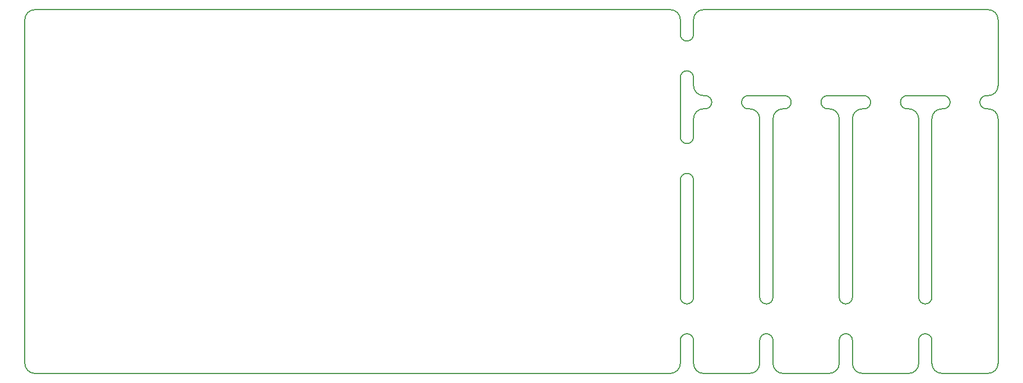
<source format=gbr>
G04 #@! TF.GenerationSoftware,KiCad,Pcbnew,(2017-08-07 revision 2d9ab80b4)-master*
G04 #@! TF.CreationDate,2017-08-10T02:16:17+02:00*
G04 #@! TF.ProjectId,z-module-pcb-r2,7A2D6D6F64756C652D7063622D72322E,rev?*
G04 #@! TF.SameCoordinates,Original*
G04 #@! TF.FileFunction,Profile,NP*
%FSLAX46Y46*%
G04 Gerber Fmt 4.6, Leading zero omitted, Abs format (unit mm)*
G04 Created by KiCad (PCBNEW (2017-08-07 revision 2d9ab80b4)-master) date Thu Aug 10 02:16:17 2017*
%MOMM*%
%LPD*%
G01*
G04 APERTURE LIST*
%ADD10C,0.150000*%
G04 APERTURE END LIST*
D10*
X212000000Y-91750000D02*
X212000000Y-109500000D01*
X258000000Y-67500000D02*
X258000000Y-77500000D01*
X256500000Y-66000000D02*
G75*
G02X258000000Y-67500000I0J-1500000D01*
G01*
X256500000Y-66000000D02*
X213500000Y-66000000D01*
X256250000Y-79000000D02*
X256500000Y-79000000D01*
X258000000Y-77500000D02*
G75*
G02X256500000Y-79000000I-1500000J0D01*
G01*
X244250000Y-79000000D02*
X249500000Y-79000000D01*
X232250000Y-79000000D02*
X237500000Y-79000000D01*
X220250000Y-79000000D02*
X225500000Y-79000000D01*
X258000000Y-119500000D02*
G75*
G02X256500000Y-121000000I-1500000J0D01*
G01*
X256500000Y-81000000D02*
X256250000Y-81000000D01*
X255250000Y-80000000D02*
G75*
G02X256250000Y-79000000I1000000J0D01*
G01*
X249500000Y-121000000D02*
G75*
G02X248000000Y-119500000I0J1500000D01*
G01*
X248000000Y-82500000D02*
G75*
G02X249500000Y-81000000I1500000J0D01*
G01*
X256500000Y-81000000D02*
G75*
G02X258000000Y-82500000I0J-1500000D01*
G01*
X258000000Y-115750000D02*
X258000000Y-82500000D01*
X256250000Y-81000000D02*
G75*
G02X255250000Y-80000000I0J1000000D01*
G01*
X246000000Y-116000000D02*
G75*
G02X247000000Y-115000000I1000000J0D01*
G01*
X249500000Y-121000000D02*
X256500000Y-121000000D01*
X249750000Y-79000000D02*
G75*
G02X250750000Y-80000000I0J-1000000D01*
G01*
X250750000Y-80000000D02*
G75*
G02X249750000Y-81000000I-1000000J0D01*
G01*
X249750000Y-81000000D02*
X249500000Y-81000000D01*
X247000000Y-115000000D02*
G75*
G02X248000000Y-116000000I0J-1000000D01*
G01*
X258000000Y-115750000D02*
X258000000Y-119500000D01*
X248000000Y-109500000D02*
G75*
G02X247000000Y-110500000I-1000000J0D01*
G01*
X248000000Y-116000000D02*
X248000000Y-119500000D01*
X247000000Y-110500000D02*
G75*
G02X246000000Y-109500000I0J1000000D01*
G01*
X249750000Y-79000000D02*
X249500000Y-79000000D01*
X248000000Y-82500000D02*
X248000000Y-109500000D01*
X246000000Y-109500000D02*
X246000000Y-82500000D01*
X243250000Y-80000000D02*
G75*
G02X244250000Y-79000000I1000000J0D01*
G01*
X237500000Y-121000000D02*
G75*
G02X236000000Y-119500000I0J1500000D01*
G01*
X236000000Y-82500000D02*
G75*
G02X237500000Y-81000000I1500000J0D01*
G01*
X237750000Y-81000000D02*
X237500000Y-81000000D01*
X238750000Y-80000000D02*
G75*
G02X237750000Y-81000000I-1000000J0D01*
G01*
X236000000Y-82500000D02*
X236000000Y-109500000D01*
X235000000Y-110500000D02*
G75*
G02X234000000Y-109500000I0J1000000D01*
G01*
X237750000Y-79000000D02*
X237500000Y-79000000D01*
X244250000Y-81000000D02*
G75*
G02X243250000Y-80000000I0J1000000D01*
G01*
X235000000Y-115000000D02*
G75*
G02X236000000Y-116000000I0J-1000000D01*
G01*
X244500000Y-81000000D02*
X244250000Y-81000000D01*
X244500000Y-81000000D02*
G75*
G02X246000000Y-82500000I0J-1500000D01*
G01*
X246000000Y-119500000D02*
G75*
G02X244500000Y-121000000I-1500000J0D01*
G01*
X236000000Y-116000000D02*
X236000000Y-119500000D01*
X237500000Y-121000000D02*
X244500000Y-121000000D01*
X237750000Y-79000000D02*
G75*
G02X238750000Y-80000000I0J-1000000D01*
G01*
X234000000Y-116000000D02*
G75*
G02X235000000Y-115000000I1000000J0D01*
G01*
X246000000Y-116000000D02*
X246000000Y-119500000D01*
X236000000Y-109500000D02*
G75*
G02X235000000Y-110500000I-1000000J0D01*
G01*
X224000000Y-82500000D02*
G75*
G02X225500000Y-81000000I1500000J0D01*
G01*
X231250000Y-80000000D02*
G75*
G02X232250000Y-79000000I1000000J0D01*
G01*
X225750000Y-79000000D02*
G75*
G02X226750000Y-80000000I0J-1000000D01*
G01*
X225750000Y-79000000D02*
X225500000Y-79000000D01*
X222000000Y-116000000D02*
G75*
G02X223000000Y-115000000I1000000J0D01*
G01*
X232500000Y-81000000D02*
G75*
G02X234000000Y-82500000I0J-1500000D01*
G01*
X224000000Y-82500000D02*
X224000000Y-109500000D01*
X225500000Y-121000000D02*
X232500000Y-121000000D01*
X234000000Y-109500000D02*
X234000000Y-82500000D01*
X225500000Y-121000000D02*
G75*
G02X224000000Y-119500000I0J1500000D01*
G01*
X234000000Y-119500000D02*
G75*
G02X232500000Y-121000000I-1500000J0D01*
G01*
X232250000Y-81000000D02*
G75*
G02X231250000Y-80000000I0J1000000D01*
G01*
X224000000Y-116000000D02*
X224000000Y-119500000D01*
X232500000Y-81000000D02*
X232250000Y-81000000D01*
X223000000Y-115000000D02*
G75*
G02X224000000Y-116000000I0J-1000000D01*
G01*
X224000000Y-109500000D02*
G75*
G02X223000000Y-110500000I-1000000J0D01*
G01*
X223000000Y-110500000D02*
G75*
G02X222000000Y-109500000I0J1000000D01*
G01*
X234000000Y-116000000D02*
X234000000Y-119500000D01*
X225750000Y-81000000D02*
X225500000Y-81000000D01*
X226750000Y-80000000D02*
G75*
G02X225750000Y-81000000I-1000000J0D01*
G01*
X214750000Y-80000000D02*
G75*
G02X213750000Y-81000000I-1000000J0D01*
G01*
X219250000Y-80000000D02*
G75*
G02X220250000Y-79000000I1000000J0D01*
G01*
X220500000Y-81000000D02*
X220250000Y-81000000D01*
X212000000Y-82500000D02*
G75*
G02X213500000Y-81000000I1500000J0D01*
G01*
X220250000Y-81000000D02*
G75*
G02X219250000Y-80000000I0J1000000D01*
G01*
X220500000Y-81000000D02*
G75*
G02X222000000Y-82500000I0J-1500000D01*
G01*
X213750000Y-79000000D02*
G75*
G02X214750000Y-80000000I0J-1000000D01*
G01*
X213750000Y-81000000D02*
X213500000Y-81000000D01*
X213750000Y-79000000D02*
X213500000Y-79000000D01*
X212000000Y-77500000D02*
X212000000Y-76250000D01*
X213500000Y-79000000D02*
G75*
G02X212000000Y-77500000I0J1500000D01*
G01*
X210000000Y-85250000D02*
X210000000Y-76250000D01*
X211000000Y-90750000D02*
G75*
G02X212000000Y-91750000I0J-1000000D01*
G01*
X210000000Y-91750000D02*
G75*
G02X211000000Y-90750000I1000000J0D01*
G01*
X211000000Y-86250000D02*
G75*
G02X210000000Y-85250000I0J1000000D01*
G01*
X212000000Y-85250000D02*
G75*
G02X211000000Y-86250000I-1000000J0D01*
G01*
X212000000Y-85250000D02*
X212000000Y-82500000D01*
X212000000Y-67500000D02*
G75*
G02X213500000Y-66000000I1500000J0D01*
G01*
X212000000Y-69750000D02*
X212000000Y-67500000D01*
X210000000Y-69750000D02*
X210000000Y-67500000D01*
X210000000Y-76250000D02*
G75*
G02X211000000Y-75250000I1000000J0D01*
G01*
X211000000Y-75250000D02*
G75*
G02X212000000Y-76250000I0J-1000000D01*
G01*
X212000000Y-69750000D02*
G75*
G02X211000000Y-70750000I-1000000J0D01*
G01*
X211000000Y-70750000D02*
G75*
G02X210000000Y-69750000I0J1000000D01*
G01*
X222000000Y-116000000D02*
X222000000Y-119500000D01*
X212000000Y-116000000D02*
X212000000Y-119500000D01*
X210000000Y-116000000D02*
X210000000Y-119500000D01*
X212000000Y-109500000D02*
G75*
G02X211000000Y-110500000I-1000000J0D01*
G01*
X211000000Y-110500000D02*
G75*
G02X210000000Y-109500000I0J1000000D01*
G01*
X211000000Y-115000000D02*
G75*
G02X212000000Y-116000000I0J-1000000D01*
G01*
X210000000Y-116000000D02*
G75*
G02X211000000Y-115000000I1000000J0D01*
G01*
X222000000Y-119500000D02*
G75*
G02X220500000Y-121000000I-1500000J0D01*
G01*
X213500000Y-121000000D02*
G75*
G02X212000000Y-119500000I0J1500000D01*
G01*
X222000000Y-109500000D02*
X222000000Y-82500000D01*
X213500000Y-121000000D02*
X220500000Y-121000000D01*
X210000000Y-119500000D02*
G75*
G02X208500000Y-121000000I-1500000J0D01*
G01*
X112500000Y-121000000D02*
G75*
G02X111000000Y-119500000I0J1500000D01*
G01*
X111000000Y-67500000D02*
G75*
G02X112500000Y-66000000I1500000J0D01*
G01*
X208500000Y-66000000D02*
G75*
G02X210000000Y-67500000I0J-1500000D01*
G01*
X210000000Y-109500000D02*
X210000000Y-91750000D01*
X112500000Y-121000000D02*
X208500000Y-121000000D01*
X111000000Y-67500000D02*
X111000000Y-119500000D01*
X208500000Y-66000000D02*
X112500000Y-66000000D01*
M02*

</source>
